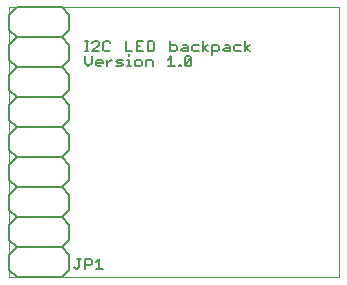
<source format=gto>
G75*
G70*
%OFA0B0*%
%FSLAX24Y24*%
%IPPOS*%
%LPD*%
%AMOC8*
5,1,8,0,0,1.08239X$1,22.5*
%
%ADD10C,0.0000*%
%ADD11C,0.0060*%
D10*
X000151Y000151D02*
X000151Y009151D01*
X011151Y009151D01*
X011151Y000151D01*
X000151Y000151D01*
D11*
X000401Y000151D02*
X000151Y000401D01*
X000151Y000901D01*
X000401Y001151D01*
X001901Y001151D01*
X002151Y001401D01*
X002151Y001901D01*
X001901Y002151D01*
X000401Y002151D01*
X000151Y002401D01*
X000151Y002901D01*
X000401Y003151D01*
X001901Y003151D01*
X002151Y003401D01*
X002151Y003901D01*
X001901Y004151D01*
X000401Y004151D01*
X000151Y004401D01*
X000151Y004901D01*
X000401Y005151D01*
X001901Y005151D01*
X002151Y005401D01*
X002151Y005901D01*
X001901Y006151D01*
X000401Y006151D01*
X000151Y006401D01*
X000151Y006901D01*
X000401Y007151D01*
X001901Y007151D01*
X002151Y006901D01*
X002151Y006401D01*
X001901Y006151D01*
X001901Y007151D02*
X002151Y007401D01*
X002151Y007901D01*
X001901Y008151D01*
X002151Y008401D01*
X002151Y008901D01*
X001901Y009151D01*
X000401Y009151D01*
X000151Y008901D01*
X000151Y008401D01*
X000401Y008151D01*
X001901Y008151D01*
X002681Y008021D02*
X002795Y008021D01*
X002738Y008021D02*
X002738Y007681D01*
X002681Y007681D02*
X002795Y007681D01*
X002927Y007681D02*
X003154Y007908D01*
X003154Y007965D01*
X003097Y008021D01*
X002983Y008021D01*
X002927Y007965D01*
X002927Y007681D02*
X003154Y007681D01*
X003295Y007738D02*
X003352Y007681D01*
X003465Y007681D01*
X003522Y007738D01*
X003522Y007965D02*
X003465Y008021D01*
X003352Y008021D01*
X003295Y007965D01*
X003295Y007738D01*
X003220Y007408D02*
X003106Y007408D01*
X003049Y007351D01*
X003049Y007238D01*
X003106Y007181D01*
X003220Y007181D01*
X003276Y007295D02*
X003049Y007295D01*
X002908Y007295D02*
X002908Y007521D01*
X002908Y007295D02*
X002795Y007181D01*
X002681Y007295D01*
X002681Y007521D01*
X003220Y007408D02*
X003276Y007351D01*
X003276Y007295D01*
X003418Y007295D02*
X003531Y007408D01*
X003588Y007408D01*
X003725Y007351D02*
X003781Y007408D01*
X003952Y007408D01*
X003895Y007295D02*
X003781Y007295D01*
X003725Y007351D01*
X003725Y007181D02*
X003895Y007181D01*
X003952Y007238D01*
X003895Y007295D01*
X004093Y007408D02*
X004150Y007408D01*
X004150Y007181D01*
X004206Y007181D02*
X004093Y007181D01*
X004339Y007238D02*
X004339Y007351D01*
X004395Y007408D01*
X004509Y007408D01*
X004565Y007351D01*
X004565Y007238D01*
X004509Y007181D01*
X004395Y007181D01*
X004339Y007238D01*
X004150Y007521D02*
X004150Y007578D01*
X004258Y007681D02*
X004032Y007681D01*
X004032Y008021D01*
X004400Y008021D02*
X004400Y007681D01*
X004627Y007681D01*
X004768Y007681D02*
X004938Y007681D01*
X004995Y007738D01*
X004995Y007965D01*
X004938Y008021D01*
X004768Y008021D01*
X004768Y007681D01*
X004707Y007408D02*
X004877Y007408D01*
X004934Y007351D01*
X004934Y007181D01*
X004707Y007181D02*
X004707Y007408D01*
X004513Y007851D02*
X004400Y007851D01*
X004400Y008021D02*
X004627Y008021D01*
X005505Y008021D02*
X005505Y007681D01*
X005675Y007681D01*
X005732Y007738D01*
X005732Y007851D01*
X005675Y007908D01*
X005505Y007908D01*
X005873Y007738D02*
X005930Y007795D01*
X006100Y007795D01*
X006100Y007851D02*
X006100Y007681D01*
X005930Y007681D01*
X005873Y007738D01*
X005930Y007908D02*
X006043Y007908D01*
X006100Y007851D01*
X006241Y007851D02*
X006241Y007738D01*
X006298Y007681D01*
X006468Y007681D01*
X006610Y007681D02*
X006610Y008021D01*
X006468Y007908D02*
X006298Y007908D01*
X006241Y007851D01*
X006610Y007795D02*
X006780Y007908D01*
X006917Y007908D02*
X007087Y007908D01*
X007144Y007851D01*
X007144Y007738D01*
X007087Y007681D01*
X006917Y007681D01*
X006917Y007568D02*
X006917Y007908D01*
X006780Y007681D02*
X006610Y007795D01*
X006223Y007465D02*
X005996Y007238D01*
X006053Y007181D01*
X006166Y007181D01*
X006223Y007238D01*
X006223Y007465D01*
X006166Y007521D01*
X006053Y007521D01*
X005996Y007465D01*
X005996Y007238D01*
X005868Y007238D02*
X005868Y007181D01*
X005812Y007181D01*
X005812Y007238D01*
X005868Y007238D01*
X005670Y007181D02*
X005443Y007181D01*
X005557Y007181D02*
X005557Y007521D01*
X005443Y007408D01*
X007285Y007738D02*
X007342Y007681D01*
X007512Y007681D01*
X007512Y007851D01*
X007455Y007908D01*
X007342Y007908D01*
X007342Y007795D02*
X007512Y007795D01*
X007653Y007851D02*
X007653Y007738D01*
X007710Y007681D01*
X007880Y007681D01*
X008022Y007681D02*
X008022Y008021D01*
X007880Y007908D02*
X007710Y007908D01*
X007653Y007851D01*
X007342Y007795D02*
X007285Y007738D01*
X008022Y007795D02*
X008192Y007908D01*
X008022Y007795D02*
X008192Y007681D01*
X003418Y007408D02*
X003418Y007181D01*
X001901Y005151D02*
X002151Y004901D01*
X002151Y004401D01*
X001901Y004151D01*
X001901Y003151D02*
X002151Y002901D01*
X002151Y002401D01*
X001901Y002151D01*
X001901Y001151D02*
X002151Y000901D01*
X002151Y000401D01*
X001901Y000151D01*
X000401Y000151D01*
X000401Y001151D02*
X000151Y001401D01*
X000151Y001901D01*
X000401Y002151D01*
X000401Y003151D02*
X000151Y003401D01*
X000151Y003901D01*
X000401Y004151D01*
X000401Y005151D02*
X000151Y005401D01*
X000151Y005901D01*
X000401Y006151D01*
X000401Y007151D02*
X000151Y007401D01*
X000151Y007901D01*
X000401Y008151D01*
X002420Y000771D02*
X002533Y000771D01*
X002476Y000771D02*
X002476Y000488D01*
X002420Y000431D01*
X002363Y000431D01*
X002306Y000488D01*
X002674Y000545D02*
X002845Y000545D01*
X002901Y000601D01*
X002901Y000715D01*
X002845Y000771D01*
X002674Y000771D01*
X002674Y000431D01*
X003043Y000431D02*
X003270Y000431D01*
X003156Y000431D02*
X003156Y000771D01*
X003043Y000658D01*
M02*

</source>
